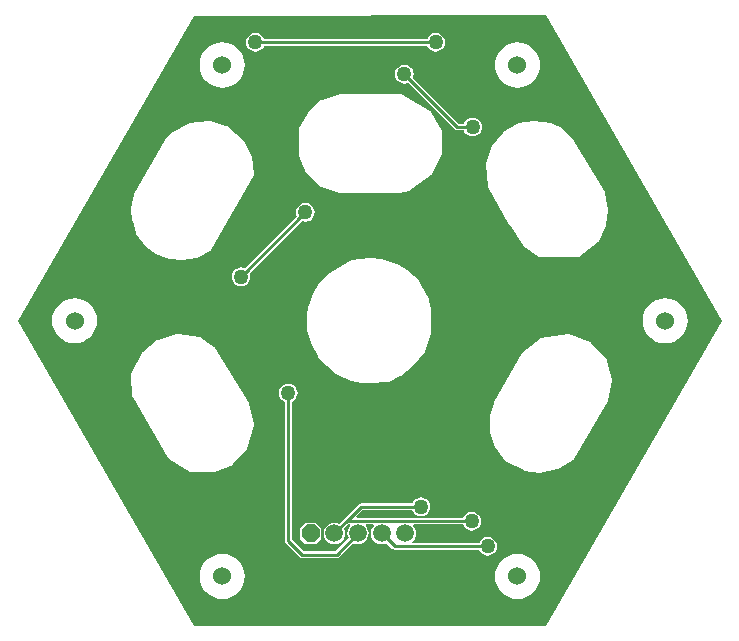
<source format=gbl>
G04 Layer_Physical_Order=2*
G04 Layer_Color=11436288*
%FSLAX24Y24*%
%MOIN*%
G70*
G01*
G75*
%ADD18C,0.0100*%
%ADD19P,0.0639X8X202.5*%
%ADD20C,0.0591*%
%ADD21C,0.0600*%
%ADD22C,0.0500*%
G36*
X35363Y23622D02*
X29493Y13454D01*
X17751D01*
X11881Y23622D01*
X17751Y33790D01*
X29493Y33798D01*
X35363Y23622D01*
D02*
G37*
%LPC*%
G36*
X13780Y24374D02*
X13633Y24359D01*
X13492Y24316D01*
X13362Y24247D01*
X13248Y24154D01*
X13155Y24040D01*
X13085Y23910D01*
X13042Y23769D01*
X13028Y23622D01*
X13042Y23475D01*
X13085Y23334D01*
X13155Y23204D01*
X13248Y23091D01*
X13362Y22997D01*
X13492Y22928D01*
X13633Y22885D01*
X13780Y22870D01*
X13926Y22885D01*
X14067Y22928D01*
X14197Y22997D01*
X14311Y23091D01*
X14404Y23204D01*
X14474Y23334D01*
X14517Y23475D01*
X14531Y23622D01*
X14517Y23769D01*
X14474Y23910D01*
X14404Y24040D01*
X14311Y24154D01*
X14197Y24247D01*
X14067Y24316D01*
X13926Y24359D01*
X13780Y24374D01*
D02*
G37*
G36*
X17212Y23190D02*
X17199Y23189D01*
X17186Y23188D01*
X17183Y23187D01*
X17181Y23187D01*
X16551Y22990D01*
X16551Y22990D01*
X16537Y22982D01*
X16523Y22975D01*
X16523Y22975D01*
X16523Y22975D01*
X16523Y22975D01*
X16051Y22581D01*
X16050Y22581D01*
X16050Y22580D01*
X16041Y22569D01*
X16031Y22557D01*
X16031Y22556D01*
X16031Y22556D01*
X15676Y21847D01*
X15675Y21842D01*
X15672Y21838D01*
X15671Y21827D01*
X15668Y21817D01*
X15669Y21812D01*
X15668Y21807D01*
X15707Y21098D01*
X15708Y21095D01*
X15708Y21091D01*
X15712Y21080D01*
X15715Y21068D01*
X15717Y21065D01*
X15718Y21062D01*
X16899Y19054D01*
X16902Y19051D01*
X16904Y19047D01*
X16912Y19039D01*
X16920Y19030D01*
X16924Y19029D01*
X16927Y19026D01*
X17635Y18593D01*
X17641Y18591D01*
X17646Y18587D01*
X17656Y18585D01*
X17665Y18582D01*
X17671Y18582D01*
X17677Y18581D01*
X18425D01*
X18440Y18584D01*
X18455Y18587D01*
X19046Y18823D01*
X19047Y18824D01*
X19050Y18825D01*
X19061Y18833D01*
X19072Y18840D01*
X19073Y18842D01*
X19075Y18843D01*
X19508Y19316D01*
X19509Y19318D01*
X19511Y19319D01*
X19517Y19331D01*
X19524Y19343D01*
X19525Y19345D01*
X19526Y19347D01*
X19762Y20134D01*
X19762Y20140D01*
X19764Y20145D01*
X19764Y20155D01*
X19765Y20166D01*
X19763Y20171D01*
X19763Y20176D01*
X19606Y20845D01*
X19600Y20857D01*
X19596Y20869D01*
X18454Y22719D01*
X18444Y22731D01*
X18433Y22742D01*
X18000Y23057D01*
X17997Y23058D01*
X17995Y23061D01*
X17983Y23065D01*
X17972Y23070D01*
X17968Y23070D01*
X17965Y23071D01*
X17217Y23190D01*
X17215Y23189D01*
X17212Y23190D01*
D02*
G37*
G36*
X30234Y23191D02*
X30229Y23189D01*
X30222Y23189D01*
X29317Y23032D01*
X29313Y23030D01*
X29309Y23030D01*
X29299Y23025D01*
X29288Y23021D01*
X29285Y23018D01*
X29281Y23016D01*
X28730Y22583D01*
X28720Y22571D01*
X28710Y22560D01*
X27765Y20906D01*
X27762Y20896D01*
X27757Y20887D01*
X27639Y20454D01*
X27638Y20444D01*
X27636Y20433D01*
Y19921D01*
X27639Y19909D01*
X27640Y19896D01*
X27798Y19423D01*
X27804Y19412D01*
X27810Y19401D01*
X28164Y18928D01*
X28166Y18926D01*
X28168Y18924D01*
X28178Y18916D01*
X28187Y18907D01*
X28190Y18906D01*
X28192Y18905D01*
X28744Y18629D01*
X28756Y18626D01*
X28767Y18621D01*
X29279Y18543D01*
X29294Y18543D01*
X29308Y18544D01*
X29859Y18662D01*
X29872Y18667D01*
X29885Y18672D01*
X30396Y18987D01*
X30399Y18989D01*
X30403Y18991D01*
X30411Y19000D01*
X30419Y19008D01*
X30421Y19011D01*
X30423Y19014D01*
X31565Y20943D01*
X31570Y20957D01*
X31575Y20969D01*
X31693Y21599D01*
X31693Y21601D01*
X31694Y21602D01*
X31693Y21617D01*
X31693Y21631D01*
X31692Y21632D01*
X31692Y21634D01*
X31535Y22264D01*
X31533Y22266D01*
X31533Y22269D01*
X31527Y22280D01*
X31521Y22292D01*
X31519Y22294D01*
X31517Y22297D01*
X31006Y22887D01*
X31003Y22890D01*
X31000Y22893D01*
X30990Y22899D01*
X30981Y22906D01*
X30977Y22907D01*
X30974Y22909D01*
X30265Y23185D01*
X30259Y23186D01*
X30254Y23189D01*
X30244Y23189D01*
X30234Y23191D01*
D02*
G37*
G36*
X33465Y24374D02*
X33318Y24359D01*
X33177Y24316D01*
X33047Y24247D01*
X32933Y24154D01*
X32840Y24040D01*
X32770Y23910D01*
X32727Y23769D01*
X32713Y23622D01*
X32727Y23475D01*
X32770Y23334D01*
X32840Y23204D01*
X32933Y23091D01*
X33047Y22997D01*
X33177Y22928D01*
X33318Y22885D01*
X33465Y22870D01*
X33611Y22885D01*
X33752Y22928D01*
X33882Y22997D01*
X33996Y23091D01*
X34090Y23204D01*
X34159Y23334D01*
X34202Y23475D01*
X34216Y23622D01*
X34202Y23769D01*
X34159Y23910D01*
X34090Y24040D01*
X33996Y24154D01*
X33882Y24247D01*
X33752Y24316D01*
X33611Y24359D01*
X33465Y24374D01*
D02*
G37*
G36*
X28543Y15850D02*
X28397Y15835D01*
X28256Y15792D01*
X28126Y15723D01*
X28012Y15630D01*
X27918Y15516D01*
X27849Y15386D01*
X27806Y15245D01*
X27792Y15098D01*
X27806Y14951D01*
X27849Y14810D01*
X27918Y14680D01*
X28012Y14567D01*
X28126Y14473D01*
X28256Y14404D01*
X28397Y14361D01*
X28543Y14346D01*
X28690Y14361D01*
X28831Y14404D01*
X28961Y14473D01*
X29075Y14567D01*
X29168Y14680D01*
X29238Y14810D01*
X29281Y14951D01*
X29295Y15098D01*
X29281Y15245D01*
X29238Y15386D01*
X29168Y15516D01*
X29075Y15630D01*
X28961Y15723D01*
X28831Y15792D01*
X28690Y15835D01*
X28543Y15850D01*
D02*
G37*
G36*
X18701D02*
X18554Y15835D01*
X18413Y15792D01*
X18283Y15723D01*
X18169Y15630D01*
X18076Y15516D01*
X18006Y15386D01*
X17964Y15245D01*
X17949Y15098D01*
X17964Y14951D01*
X18006Y14810D01*
X18076Y14680D01*
X18169Y14567D01*
X18283Y14473D01*
X18413Y14404D01*
X18554Y14361D01*
X18701Y14346D01*
X18847Y14361D01*
X18988Y14404D01*
X19118Y14473D01*
X19232Y14567D01*
X19326Y14680D01*
X19395Y14810D01*
X19438Y14951D01*
X19452Y15098D01*
X19438Y15245D01*
X19395Y15386D01*
X19326Y15516D01*
X19232Y15630D01*
X19118Y15723D01*
X18988Y15792D01*
X18847Y15835D01*
X18701Y15850D01*
D02*
G37*
G36*
X20900Y21522D02*
X20819Y21511D01*
X20744Y21480D01*
X20680Y21430D01*
X20630Y21366D01*
X20599Y21291D01*
X20588Y21210D01*
X20599Y21129D01*
X20630Y21054D01*
X20680Y20990D01*
X20744Y20940D01*
X20789Y20922D01*
Y16295D01*
X20789Y16295D01*
X20797Y16252D01*
X20821Y16216D01*
X21296Y15741D01*
X21296Y15741D01*
X21332Y15717D01*
X21375Y15709D01*
X22513D01*
X22513Y15709D01*
X22555Y15717D01*
X22592Y15741D01*
X23068Y16218D01*
X23136Y16190D01*
X23228Y16178D01*
X23321Y16190D01*
X23407Y16226D01*
X23481Y16283D01*
X23538Y16357D01*
X23574Y16443D01*
X23586Y16535D01*
X23574Y16628D01*
X23538Y16714D01*
X23488Y16779D01*
X23503Y16829D01*
X23741D01*
X23756Y16779D01*
X23706Y16714D01*
X23671Y16628D01*
X23658Y16535D01*
X23671Y16443D01*
X23706Y16357D01*
X23763Y16283D01*
X23837Y16226D01*
X23923Y16190D01*
X24016Y16178D01*
X24108Y16190D01*
X24176Y16218D01*
X24373Y16021D01*
X24409Y15997D01*
X24451Y15989D01*
X27262D01*
X27280Y15944D01*
X27330Y15880D01*
X27394Y15830D01*
X27469Y15799D01*
X27550Y15788D01*
X27631Y15799D01*
X27706Y15830D01*
X27770Y15880D01*
X27820Y15944D01*
X27851Y16019D01*
X27862Y16100D01*
X27851Y16181D01*
X27820Y16256D01*
X27770Y16320D01*
X27706Y16370D01*
X27631Y16401D01*
X27550Y16412D01*
X27469Y16401D01*
X27394Y16370D01*
X27330Y16320D01*
X27280Y16256D01*
X27262Y16211D01*
X25045D01*
X25028Y16261D01*
X25056Y16283D01*
X25113Y16357D01*
X25148Y16443D01*
X25161Y16535D01*
X25148Y16628D01*
X25113Y16714D01*
X25063Y16779D01*
X25078Y16829D01*
X26732D01*
X26750Y16784D01*
X26800Y16720D01*
X26864Y16670D01*
X26939Y16639D01*
X27020Y16628D01*
X27101Y16639D01*
X27176Y16670D01*
X27240Y16720D01*
X27290Y16784D01*
X27321Y16859D01*
X27332Y16940D01*
X27321Y17021D01*
X27290Y17096D01*
X27240Y17160D01*
X27176Y17210D01*
X27101Y17241D01*
X27020Y17252D01*
X26939Y17241D01*
X26864Y17210D01*
X26800Y17160D01*
X26750Y17096D01*
X26732Y17051D01*
X23179D01*
X23160Y17097D01*
X23371Y17309D01*
X25036D01*
X25055Y17264D01*
X25104Y17199D01*
X25169Y17150D01*
X25244Y17119D01*
X25325Y17108D01*
X25405Y17119D01*
X25481Y17150D01*
X25545Y17199D01*
X25595Y17264D01*
X25626Y17339D01*
X25637Y17420D01*
X25626Y17500D01*
X25595Y17576D01*
X25545Y17640D01*
X25481Y17690D01*
X25405Y17721D01*
X25325Y17732D01*
X25244Y17721D01*
X25169Y17690D01*
X25104Y17640D01*
X25055Y17576D01*
X25036Y17531D01*
X23325D01*
X23325Y17531D01*
X23283Y17523D01*
X23247Y17498D01*
X23247Y17498D01*
X22767Y17019D01*
X22767Y17019D01*
X22601Y16853D01*
X22533Y16881D01*
X22441Y16893D01*
X22348Y16881D01*
X22262Y16845D01*
X22188Y16788D01*
X22131Y16714D01*
X22096Y16628D01*
X22084Y16535D01*
X22096Y16443D01*
X22131Y16357D01*
X22188Y16283D01*
X22262Y16226D01*
X22348Y16190D01*
X22441Y16178D01*
X22533Y16190D01*
X22620Y16226D01*
X22694Y16283D01*
X22750Y16357D01*
X22786Y16443D01*
X22798Y16535D01*
X22786Y16628D01*
X22758Y16695D01*
X22892Y16829D01*
X22954D01*
X22968Y16779D01*
X22919Y16714D01*
X22883Y16628D01*
X22871Y16535D01*
X22883Y16443D01*
X22911Y16375D01*
X22467Y15931D01*
X21421D01*
X21011Y16341D01*
Y20922D01*
X21056Y20940D01*
X21120Y20990D01*
X21170Y21054D01*
X21201Y21129D01*
X21212Y21210D01*
X21201Y21291D01*
X21170Y21366D01*
X21120Y21430D01*
X21056Y21480D01*
X20981Y21511D01*
X20900Y21522D01*
D02*
G37*
G36*
X21831Y16890D02*
X21476D01*
X21299Y16713D01*
Y16358D01*
X21476Y16181D01*
X21831D01*
X22008Y16358D01*
Y16713D01*
X21831Y16890D01*
D02*
G37*
G36*
X18701Y32897D02*
X18554Y32883D01*
X18413Y32840D01*
X18283Y32771D01*
X18169Y32677D01*
X18076Y32563D01*
X18006Y32433D01*
X17964Y32292D01*
X17949Y32146D01*
X17964Y31999D01*
X18006Y31858D01*
X18076Y31728D01*
X18169Y31614D01*
X18283Y31521D01*
X18413Y31451D01*
X18554Y31408D01*
X18701Y31394D01*
X18847Y31408D01*
X18988Y31451D01*
X19118Y31521D01*
X19232Y31614D01*
X19326Y31728D01*
X19395Y31858D01*
X19438Y31999D01*
X19452Y32146D01*
X19438Y32292D01*
X19395Y32433D01*
X19326Y32563D01*
X19232Y32677D01*
X19118Y32771D01*
X18988Y32840D01*
X18847Y32883D01*
X18701Y32897D01*
D02*
G37*
G36*
X18259Y30277D02*
X18258Y30277D01*
X18258Y30277D01*
X17589Y30198D01*
X17575Y30193D01*
X17560Y30189D01*
X17049Y29913D01*
X17040Y29906D01*
X17030Y29899D01*
X16794Y29663D01*
X16788Y29654D01*
X16781Y29646D01*
X15757Y27835D01*
X15753Y27822D01*
X15748Y27810D01*
X15669Y27377D01*
X15669Y27365D01*
X15668Y27354D01*
X15708Y26961D01*
X15710Y26953D01*
X15711Y26945D01*
X15829Y26552D01*
X15835Y26540D01*
X15841Y26528D01*
X16156Y26095D01*
X16164Y26086D01*
X16172Y26078D01*
X16487Y25841D01*
X16498Y25836D01*
X16508Y25830D01*
X16941Y25673D01*
X16951Y25671D01*
X16961Y25668D01*
X17354Y25629D01*
X17365Y25630D01*
X17375Y25629D01*
X17848Y25708D01*
X17860Y25713D01*
X17873Y25717D01*
X18306Y25953D01*
X18311Y25957D01*
X18317Y25960D01*
X18323Y25967D01*
X18330Y25973D01*
X18333Y25979D01*
X18337Y25984D01*
X19755Y28464D01*
X19758Y28474D01*
X19763Y28484D01*
X19763Y28489D01*
X19765Y28494D01*
X19764Y28505D01*
X19765Y28515D01*
X19686Y29066D01*
X19682Y29077D01*
X19679Y29089D01*
X19443Y29601D01*
X19442Y29602D01*
X19442Y29603D01*
X19433Y29614D01*
X19425Y29626D01*
X19423Y29627D01*
X19422Y29628D01*
X18871Y30100D01*
X18870Y30101D01*
X18869Y30102D01*
X18856Y30109D01*
X18844Y30116D01*
X18842Y30116D01*
X18841Y30117D01*
X18290Y30274D01*
X18290Y30274D01*
X18290Y30274D01*
X18274Y30275D01*
X18259Y30277D01*
D02*
G37*
G36*
X25819Y33212D02*
X25739Y33201D01*
X25664Y33170D01*
X25599Y33120D01*
X25549Y33056D01*
X25531Y33011D01*
X20098D01*
X20080Y33056D01*
X20030Y33120D01*
X19966Y33170D01*
X19891Y33201D01*
X19810Y33212D01*
X19729Y33201D01*
X19654Y33170D01*
X19590Y33120D01*
X19540Y33056D01*
X19509Y32981D01*
X19498Y32900D01*
X19509Y32819D01*
X19540Y32744D01*
X19590Y32680D01*
X19654Y32630D01*
X19729Y32599D01*
X19810Y32588D01*
X19891Y32599D01*
X19966Y32630D01*
X20030Y32680D01*
X20080Y32744D01*
X20098Y32789D01*
X25531D01*
X25549Y32744D01*
X25599Y32680D01*
X25664Y32630D01*
X25739Y32599D01*
X25819Y32588D01*
X25900Y32599D01*
X25975Y32630D01*
X26040Y32680D01*
X26089Y32744D01*
X26120Y32819D01*
X26131Y32900D01*
X26120Y32981D01*
X26089Y33056D01*
X26040Y33120D01*
X25975Y33170D01*
X25900Y33201D01*
X25819Y33212D01*
D02*
G37*
G36*
X28543Y32897D02*
X28397Y32883D01*
X28256Y32840D01*
X28126Y32771D01*
X28012Y32677D01*
X27918Y32563D01*
X27849Y32433D01*
X27806Y32292D01*
X27792Y32146D01*
X27806Y31999D01*
X27849Y31858D01*
X27918Y31728D01*
X28012Y31614D01*
X28126Y31521D01*
X28256Y31451D01*
X28397Y31408D01*
X28543Y31394D01*
X28690Y31408D01*
X28831Y31451D01*
X28961Y31521D01*
X29075Y31614D01*
X29168Y31728D01*
X29238Y31858D01*
X29281Y31999D01*
X29295Y32146D01*
X29281Y32292D01*
X29238Y32433D01*
X29168Y32563D01*
X29075Y32677D01*
X28961Y32771D01*
X28831Y32840D01*
X28690Y32883D01*
X28543Y32897D01*
D02*
G37*
G36*
X29105Y30276D02*
X29094Y30276D01*
X29082Y30276D01*
X28570Y30197D01*
X28556Y30192D01*
X28542Y30187D01*
X28070Y29912D01*
X28059Y29902D01*
X28048Y29893D01*
X27694Y29460D01*
X27687Y29448D01*
X27680Y29436D01*
X27483Y28885D01*
X27483Y28883D01*
X27482Y28881D01*
X27481Y28868D01*
X27479Y28854D01*
X27479Y28852D01*
X27479Y28850D01*
X27558Y28102D01*
X27558Y28101D01*
X27558Y28101D01*
X27563Y28086D01*
X27567Y28072D01*
X27568Y28071D01*
X27568Y28071D01*
X28276Y26811D01*
X28278Y26809D01*
X28279Y26807D01*
X28712Y26138D01*
X28712Y26138D01*
X28712Y26138D01*
X28712Y26137D01*
X28723Y26126D01*
X28734Y26115D01*
X29246Y25761D01*
X29253Y25757D01*
X29261Y25753D01*
X29268Y25751D01*
X29274Y25748D01*
X29283Y25748D01*
X29291Y25746D01*
X30591D01*
X30602Y25749D01*
X30613Y25750D01*
X30617Y25752D01*
X30621Y25753D01*
X30631Y25759D01*
X30641Y25764D01*
X31231Y26237D01*
X31233Y26239D01*
X31236Y26240D01*
X31243Y26251D01*
X31251Y26260D01*
X31252Y26263D01*
X31254Y26266D01*
X31490Y26777D01*
X31493Y26788D01*
X31497Y26798D01*
X31575Y27270D01*
X31575Y27285D01*
X31575Y27299D01*
X31457Y27890D01*
X31451Y27903D01*
X31447Y27916D01*
X30344Y29727D01*
X30338Y29734D01*
X30332Y29742D01*
X30057Y30017D01*
X30046Y30025D01*
X30036Y30032D01*
X29721Y30190D01*
X29708Y30193D01*
X29696Y30198D01*
X29105Y30276D01*
D02*
G37*
G36*
X21470Y27542D02*
X21389Y27531D01*
X21314Y27500D01*
X21250Y27450D01*
X21200Y27386D01*
X21169Y27311D01*
X21158Y27230D01*
X21169Y27149D01*
X21187Y27105D01*
X19455Y25373D01*
X19411Y25391D01*
X19330Y25402D01*
X19249Y25391D01*
X19174Y25360D01*
X19110Y25310D01*
X19060Y25246D01*
X19029Y25171D01*
X19018Y25090D01*
X19029Y25009D01*
X19060Y24934D01*
X19110Y24870D01*
X19174Y24820D01*
X19249Y24789D01*
X19330Y24778D01*
X19411Y24789D01*
X19486Y24820D01*
X19550Y24870D01*
X19600Y24934D01*
X19631Y25009D01*
X19642Y25090D01*
X19631Y25171D01*
X19613Y25215D01*
X21345Y26947D01*
X21389Y26929D01*
X21470Y26918D01*
X21551Y26929D01*
X21626Y26960D01*
X21690Y27010D01*
X21740Y27074D01*
X21771Y27149D01*
X21782Y27230D01*
X21771Y27311D01*
X21740Y27386D01*
X21690Y27450D01*
X21626Y27500D01*
X21551Y27531D01*
X21470Y27542D01*
D02*
G37*
G36*
X23630Y25710D02*
X23621Y25709D01*
X23612Y25710D01*
X22982Y25631D01*
X22981Y25630D01*
X22980Y25630D01*
X22966Y25626D01*
X22952Y25621D01*
X22951Y25620D01*
X22950Y25620D01*
X22242Y25187D01*
X22235Y25180D01*
X22227Y25175D01*
X21951Y24899D01*
X21945Y24890D01*
X21938Y24882D01*
X21741Y24527D01*
X21739Y24522D01*
X21736Y24518D01*
X21579Y24124D01*
X21577Y24114D01*
X21574Y24104D01*
X21535Y23789D01*
X21535Y23784D01*
X21534Y23780D01*
Y23346D01*
X21536Y23336D01*
X21537Y23325D01*
X21655Y22892D01*
X21659Y22884D01*
X21662Y22875D01*
X21898Y22442D01*
X21904Y22435D01*
X21908Y22427D01*
X22184Y22112D01*
X22188Y22109D01*
X22192Y22104D01*
X22467Y21868D01*
X22477Y21863D01*
X22486Y21856D01*
X22998Y21620D01*
X23005Y21618D01*
X23012Y21615D01*
X23327Y21536D01*
X23337Y21536D01*
X23346Y21534D01*
X23622D01*
X23625Y21534D01*
X23627Y21534D01*
X24218Y21573D01*
X24218Y21573D01*
X24218Y21573D01*
X24233Y21578D01*
X24248Y21582D01*
X24248Y21582D01*
X24248Y21582D01*
X24642Y21779D01*
X24649Y21784D01*
X24656Y21788D01*
X25050Y22103D01*
X25055Y22109D01*
X25062Y22114D01*
X25455Y22586D01*
X25462Y22599D01*
X25469Y22611D01*
X25666Y23162D01*
X25668Y23176D01*
X25671Y23189D01*
Y23976D01*
X25669Y23987D01*
X25668Y23997D01*
X25550Y24431D01*
X25546Y24439D01*
X25543Y24448D01*
X25268Y24959D01*
X25258Y24970D01*
X25250Y24982D01*
X24935Y25257D01*
X24929Y25261D01*
X24924Y25265D01*
X24609Y25462D01*
X24601Y25465D01*
X24594Y25469D01*
X24043Y25666D01*
X24033Y25668D01*
X24024Y25670D01*
X23630Y25710D01*
D02*
G37*
G36*
X24774Y32152D02*
X24693Y32141D01*
X24618Y32110D01*
X24554Y32060D01*
X24504Y31996D01*
X24473Y31921D01*
X24462Y31840D01*
X24473Y31759D01*
X24504Y31684D01*
X24554Y31620D01*
X24618Y31570D01*
X24693Y31539D01*
X24774Y31528D01*
X24855Y31539D01*
X24899Y31557D01*
X26457Y30000D01*
X26457Y30000D01*
X26493Y29976D01*
X26535Y29968D01*
X26535Y29968D01*
X26759D01*
X26777Y29923D01*
X26827Y29858D01*
X26891Y29809D01*
X26967Y29778D01*
X27047Y29767D01*
X27128Y29778D01*
X27203Y29809D01*
X27268Y29858D01*
X27317Y29923D01*
X27348Y29998D01*
X27359Y30079D01*
X27348Y30159D01*
X27317Y30235D01*
X27268Y30299D01*
X27203Y30349D01*
X27128Y30380D01*
X27047Y30390D01*
X26967Y30380D01*
X26891Y30349D01*
X26827Y30299D01*
X26777Y30235D01*
X26759Y30190D01*
X26581D01*
X25057Y31715D01*
X25075Y31759D01*
X25086Y31840D01*
X25075Y31921D01*
X25044Y31996D01*
X24995Y32060D01*
X24930Y32110D01*
X24855Y32141D01*
X24774Y32152D01*
D02*
G37*
G36*
X24606Y31183D02*
X22638D01*
X22625Y31180D01*
X22612Y31179D01*
X22022Y30982D01*
X22021Y30981D01*
X22021Y30981D01*
X22008Y30974D01*
X21995Y30966D01*
X21994Y30966D01*
X21994Y30966D01*
X21640Y30651D01*
X21632Y30641D01*
X21624Y30632D01*
X21270Y30041D01*
X21268Y30036D01*
X21264Y30031D01*
X21262Y30021D01*
X21259Y30012D01*
X21259Y30006D01*
X21258Y30000D01*
Y29134D01*
X21258Y29133D01*
X21258Y29133D01*
X21261Y29118D01*
X21264Y29103D01*
X21265Y29103D01*
X21265Y29102D01*
X21501Y28551D01*
X21502Y28550D01*
X21502Y28549D01*
X21511Y28537D01*
X21519Y28525D01*
X21520Y28525D01*
X21521Y28523D01*
X21993Y28090D01*
X21994Y28090D01*
X21995Y28089D01*
X22007Y28082D01*
X22020Y28074D01*
X22021Y28074D01*
X22022Y28073D01*
X22612Y27877D01*
X22625Y27875D01*
X22638Y27872D01*
X24567D01*
X24576Y27874D01*
X24584Y27874D01*
X24939Y27953D01*
X24939Y27953D01*
X24940Y27953D01*
X24954Y27960D01*
X24967Y27966D01*
X24968Y27966D01*
X24968Y27966D01*
X25677Y28478D01*
X25680Y28482D01*
X25684Y28484D01*
X25691Y28493D01*
X25698Y28501D01*
X25700Y28505D01*
X25703Y28509D01*
X26018Y29178D01*
X26018Y29180D01*
X26019Y29182D01*
X26022Y29195D01*
X26025Y29209D01*
X26025Y29211D01*
X26025Y29213D01*
Y29921D01*
X26024Y29926D01*
X26025Y29931D01*
X26021Y29941D01*
X26019Y29952D01*
X26016Y29956D01*
X26015Y29961D01*
X25661Y30591D01*
X25656Y30595D01*
X25654Y30601D01*
X25646Y30607D01*
X25640Y30614D01*
X25635Y30617D01*
X25630Y30621D01*
X24646Y31172D01*
X24641Y31174D01*
X24637Y31177D01*
X24626Y31179D01*
X24616Y31182D01*
X24611Y31182D01*
X24606Y31183D01*
D02*
G37*
%LPD*%
D18*
X25810Y20560D02*
X27380Y18990D01*
Y16665D02*
Y18990D01*
X27250Y16535D02*
X27380Y16665D01*
X25591Y16535D02*
X27250D01*
X24016D02*
X24451Y16100D01*
X27550D01*
X19330Y25090D02*
X21470Y27230D01*
X22630Y32090D02*
X22860Y32320D01*
X25370D01*
X18110Y31310D02*
X19500D01*
X20280Y32090D01*
X22630D01*
X22845Y16940D02*
X27020D01*
X23325Y17420D02*
X25325D01*
X20900Y16295D02*
Y21210D01*
Y16295D02*
X21375Y15820D01*
X22513D01*
X23228Y16535D01*
X19810Y32900D02*
X25819D01*
X22441Y16535D02*
X22845Y16940D01*
X23325Y17420D01*
X24774Y31840D02*
X26535Y30079D01*
X27047D01*
D19*
X21654Y16535D02*
D03*
D20*
X22441D02*
D03*
X23228D02*
D03*
X24016D02*
D03*
X24803D02*
D03*
X25591D02*
D03*
D21*
X18701Y15098D02*
D03*
X28543D02*
D03*
X13780Y23622D02*
D03*
X18701Y32146D02*
D03*
X33465Y23622D02*
D03*
X28543Y32146D02*
D03*
D22*
X25810Y20560D02*
D03*
X27550Y16100D02*
D03*
X19330Y25090D02*
D03*
X21470Y27230D02*
D03*
X25370Y32320D02*
D03*
X18110Y31310D02*
D03*
X22630Y32090D02*
D03*
X27020Y16940D02*
D03*
X25325Y17420D02*
D03*
X20900Y21210D02*
D03*
X25819Y32900D02*
D03*
X19810D02*
D03*
X24774Y31840D02*
D03*
X27047Y30079D02*
D03*
M02*

</source>
